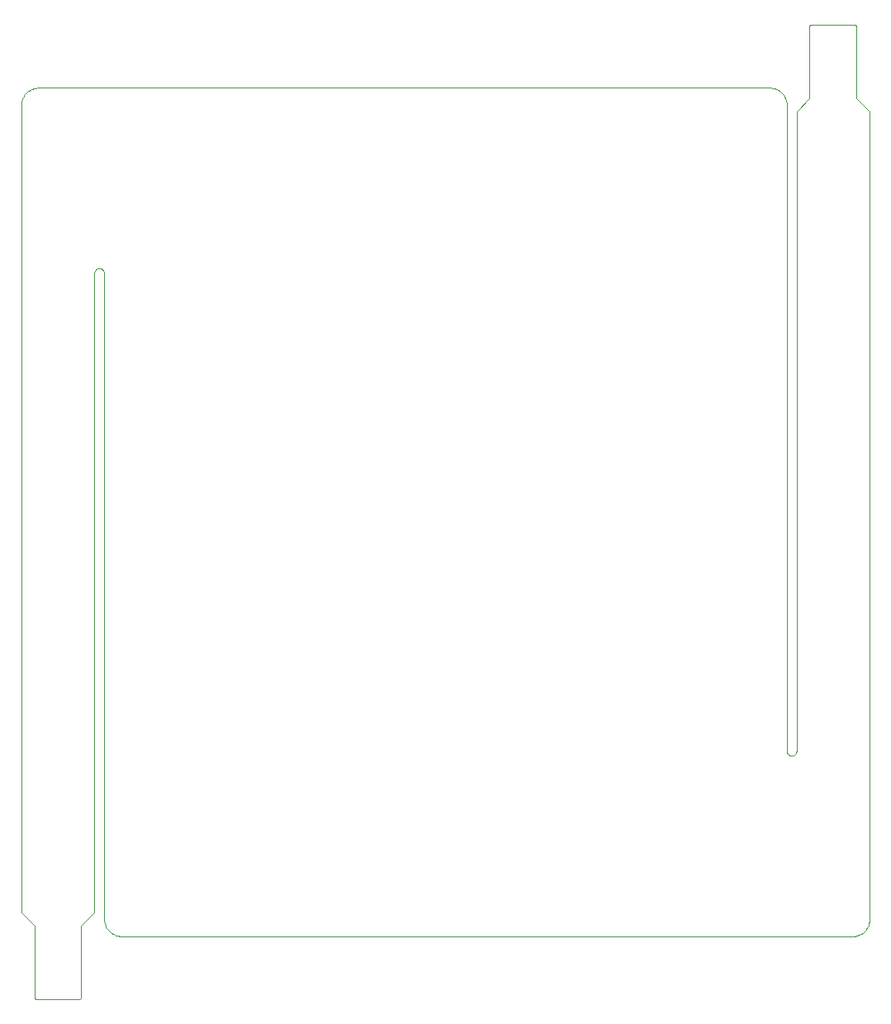
<source format=gbr>
%FSLAX23Y23*%
%MOIN*%
%SFA1B1*%

%IPPOS*%
%ADD70C,0.001000*%
%LNhumflex2_1_profile-1*%
%LPD*%
G54D70*
X-1456Y-1771D02*
X-1279D01*
X-1273Y-1765*
Y-1474*
X-1220Y-1421*
Y-1181*
Y1161*
D01*
X-1220Y1162*
X-1220Y1164*
X-1220Y1165*
X-1219Y1166*
X-1219Y1168*
X-1218Y1169*
X-1218Y1170*
X-1217Y1171*
X-1216Y1172*
X-1215Y1174*
X-1214Y1175*
X-1213Y1176*
X-1212Y1176*
X-1211Y1177*
X-1210Y1178*
X-1209Y1179*
X-1208Y1179*
X-1206Y1180*
X-1205Y1180*
X-1204Y1180*
X-1202Y1181*
X-1201Y1181*
X-1200Y1181*
D01*
X-1199Y1181*
X-1198Y1180*
X-1196Y1180*
X-1195Y1180*
X-1194Y1179*
X-1192Y1179*
X-1191Y1178*
X-1190Y1178*
X-1189Y1177*
X-1188Y1176*
X-1187Y1175*
X-1186Y1174*
X-1185Y1173*
X-1184Y1172*
X-1183Y1171*
X-1183Y1170*
X-1182Y1168*
X-1182Y1167*
X-1181Y1166*
X-1181Y1164*
X-1181Y1163*
X-1181Y1162*
X-1181Y1161*
Y-1446*
D01*
X-1180Y-1451*
X-1180Y-1456*
X-1179Y-1461*
X-1178Y-1465*
X-1176Y-1470*
X-1175Y-1474*
X-1173Y-1479*
X-1170Y-1483*
X-1167Y-1487*
X-1164Y-1491*
X-1161Y-1494*
X-1158Y-1498*
X-1154Y-1501*
X-1150Y-1503*
X-1146Y-1506*
X-1142Y-1508*
X-1137Y-1510*
X-1133Y-1512*
X-1128Y-1513*
X-1124Y-1514*
X-1119Y-1515*
X-1114Y-1515*
X-1112Y-1515*
X1840*
D01*
X1845Y-1515*
X1850Y-1515*
X1854Y-1514*
X1859Y-1513*
X1864Y-1511*
X1868Y-1509*
X1872Y-1507*
X1877Y-1505*
X1881Y-1502*
X1884Y-1499*
X1888Y-1496*
X1891Y-1492*
X1894Y-1489*
X1897Y-1485*
X1900Y-1481*
X1902Y-1476*
X1904Y-1472*
X1906Y-1468*
X1907Y-1463*
X1908Y-1458*
X1909Y-1453*
X1909Y-1449*
X1909Y-1446*
Y1814*
X1856Y1868*
Y2159*
X1850Y2165*
X1673*
X1667Y2159*
Y1868*
X1614Y1814*
Y-767*
D01*
X1614Y-769*
X1613Y-770*
X1613Y-771*
X1613Y-773*
X1612Y-774*
X1612Y-775*
X1611Y-776*
X1611Y-778*
X1610Y-779*
X1609Y-780*
X1608Y-781*
X1607Y-782*
X1606Y-783*
X1605Y-784*
X1604Y-784*
X1603Y-785*
X1601Y-785*
X1600Y-786*
X1599Y-786*
X1597Y-787*
X1596Y-787*
X1595Y-787*
X1594Y-787*
D01*
X1593Y-787*
X1591Y-787*
X1590Y-786*
X1589Y-786*
X1587Y-786*
X1586Y-785*
X1585Y-785*
X1584Y-784*
X1582Y-783*
X1581Y-782*
X1580Y-781*
X1579Y-780*
X1578Y-779*
X1578Y-778*
X1577Y-777*
X1576Y-776*
X1576Y-775*
X1575Y-773*
X1575Y-772*
X1575Y-771*
X1574Y-769*
X1574Y-768*
X1574Y-767*
Y1840*
D01*
X1574Y1845*
X1574Y1850*
X1573Y1854*
X1572Y1859*
X1570Y1864*
X1568Y1868*
X1566Y1872*
X1564Y1877*
X1561Y1881*
X1558Y1884*
X1555Y1888*
X1551Y1891*
X1548Y1894*
X1544Y1897*
X1540Y1900*
X1536Y1902*
X1531Y1904*
X1527Y1906*
X1522Y1907*
X1517Y1908*
X1513Y1909*
X1508Y1909*
X1505Y1909*
X-1446*
D01*
X-1451Y1909*
X-1456Y1908*
X-1461Y1907*
X-1465Y1906*
X-1470Y1905*
X-1474Y1903*
X-1479Y1901*
X-1483Y1898*
X-1487Y1896*
X-1491Y1893*
X-1494Y1890*
X-1498Y1886*
X-1501Y1882*
X-1503Y1879*
X-1506Y1874*
X-1508Y1870*
X-1510Y1866*
X-1512Y1861*
X-1513Y1857*
X-1514Y1852*
X-1515Y1847*
X-1515Y1842*
X-1515Y1840*
Y1181*
Y-1421*
X-1462Y-1474*
Y-1765*
X-1456Y-1771*
M02*
</source>
